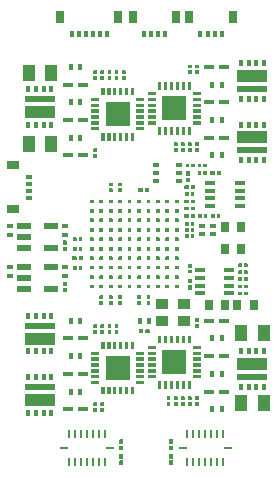
<source format=gbr>
G04*
G04 #@! TF.GenerationSoftware,Altium Limited,Altium Designer,24.8.2 (39)*
G04*
G04 Layer_Color=8421504*
%FSLAX25Y25*%
%MOIN*%
G70*
G04*
G04 #@! TF.SameCoordinates,30F909D6-0262-4237-A391-FF9CD089CF35*
G04*
G04*
G04 #@! TF.FilePolarity,Positive*
G04*
G01*
G75*
%ADD17R,0.00984X0.03150*%
%ADD18R,0.03150X0.00984*%
%ADD19R,0.03543X0.01772*%
%ADD20R,0.01575X0.02362*%
%ADD21R,0.02756X0.04134*%
%ADD22R,0.04134X0.02756*%
%ADD23R,0.02362X0.01575*%
%ADD24R,0.02362X0.01654*%
%ADD25R,0.03661X0.01417*%
%ADD26R,0.09843X0.01968*%
%ADD27R,0.09843X0.03937*%
%ADD28R,0.04555X0.01929*%
%ADD29R,0.04626X0.01929*%
G04:AMPARAMS|DCode=30|XSize=14.33mil|YSize=19.68mil|CornerRadius=3.58mil|HoleSize=0mil|Usage=FLASHONLY|Rotation=90.000|XOffset=0mil|YOffset=0mil|HoleType=Round|Shape=RoundedRectangle|*
%AMROUNDEDRECTD30*
21,1,0.01433,0.01252,0,0,90.0*
21,1,0.00717,0.01968,0,0,90.0*
1,1,0.00717,0.00626,0.00358*
1,1,0.00717,0.00626,-0.00358*
1,1,0.00717,-0.00626,-0.00358*
1,1,0.00717,-0.00626,0.00358*
%
%ADD30ROUNDEDRECTD30*%
%ADD31R,0.01575X0.02126*%
%ADD32R,0.03937X0.03543*%
%ADD33R,0.03937X0.05315*%
%ADD34R,0.02126X0.01575*%
%ADD35R,0.02756X0.03543*%
G36*
X68748Y138461D02*
Y137421D01*
X68654Y137327D01*
X67567D01*
X67472Y137421D01*
Y138461D01*
X67567Y138556D01*
X68654D01*
X68748Y138461D01*
D02*
G37*
G36*
X66386D02*
Y137421D01*
X66291Y137327D01*
X65205D01*
X65110Y137421D01*
Y138461D01*
X65205Y138556D01*
X66291D01*
X66386Y138461D01*
D02*
G37*
G36*
X68748Y136594D02*
Y135555D01*
X68654Y135460D01*
X67567D01*
X67472Y135555D01*
Y136594D01*
X67567Y136689D01*
X68654D01*
X68748Y136594D01*
D02*
G37*
G36*
X66386D02*
Y135555D01*
X66291Y135460D01*
X65205D01*
X65110Y135555D01*
Y136594D01*
X65205Y136689D01*
X66291D01*
X66386Y136594D01*
D02*
G37*
G36*
X44339Y136493D02*
Y135453D01*
X44244Y135358D01*
X43158D01*
X43063Y135453D01*
Y136493D01*
X43158Y136587D01*
X44244D01*
X44339Y136493D01*
D02*
G37*
G36*
X41976D02*
Y135453D01*
X41882Y135358D01*
X40795D01*
X40701Y135453D01*
Y136493D01*
X40795Y136587D01*
X41882D01*
X41976Y136493D01*
D02*
G37*
G36*
X39614D02*
Y135453D01*
X39520Y135358D01*
X38433D01*
X38339Y135453D01*
Y136493D01*
X38433Y136587D01*
X39520D01*
X39614Y136493D01*
D02*
G37*
G36*
X37252D02*
Y135453D01*
X37157Y135358D01*
X36071D01*
X35976Y135453D01*
Y136493D01*
X36071Y136587D01*
X37157D01*
X37252Y136493D01*
D02*
G37*
G36*
X34890D02*
Y135453D01*
X34795Y135358D01*
X33709D01*
X33614Y135453D01*
Y136493D01*
X33709Y136587D01*
X34795D01*
X34890Y136493D01*
D02*
G37*
G36*
X44339Y134626D02*
Y133586D01*
X44244Y133492D01*
X43158D01*
X43063Y133586D01*
Y134626D01*
X43158Y134721D01*
X44244D01*
X44339Y134626D01*
D02*
G37*
G36*
X41976D02*
Y133586D01*
X41882Y133492D01*
X40795D01*
X40701Y133586D01*
Y134626D01*
X40795Y134721D01*
X41882D01*
X41976Y134626D01*
D02*
G37*
G36*
X39614D02*
Y133586D01*
X39520Y133492D01*
X38433D01*
X38339Y133586D01*
Y134626D01*
X38433Y134721D01*
X39520D01*
X39614Y134626D01*
D02*
G37*
G36*
X37252D02*
Y133586D01*
X37157Y133492D01*
X36071D01*
X35976Y133586D01*
Y134626D01*
X36071Y134721D01*
X37157D01*
X37252Y134626D01*
D02*
G37*
G36*
X34890D02*
Y133586D01*
X34795Y133492D01*
X33709D01*
X33614Y133586D01*
Y134626D01*
X33709Y134721D01*
X34795D01*
X34890Y134626D01*
D02*
G37*
G36*
X66102Y130217D02*
X65000D01*
Y132835D01*
X66102D01*
Y130217D01*
D02*
G37*
G36*
X64134D02*
X63032D01*
Y132835D01*
X64134D01*
Y130217D01*
D02*
G37*
G36*
X62165D02*
X61063D01*
Y132835D01*
X62165D01*
Y130217D01*
D02*
G37*
G36*
X60197D02*
X59095D01*
Y132835D01*
X60197D01*
Y130217D01*
D02*
G37*
G36*
X58228D02*
X57126D01*
Y132835D01*
X58228D01*
Y130217D01*
D02*
G37*
G36*
X56260D02*
X55158D01*
Y132835D01*
X56260D01*
Y130217D01*
D02*
G37*
G36*
X69449Y128386D02*
X66831D01*
Y129488D01*
X69449D01*
Y128386D01*
D02*
G37*
G36*
X54429D02*
X51811D01*
Y129488D01*
X54429D01*
Y128386D01*
D02*
G37*
G36*
X47205Y128248D02*
X46102D01*
Y130866D01*
X47205D01*
Y128248D01*
D02*
G37*
G36*
X45236D02*
X44134D01*
Y130866D01*
X45236D01*
Y128248D01*
D02*
G37*
G36*
X43268D02*
X42165D01*
Y130866D01*
X43268D01*
Y128248D01*
D02*
G37*
G36*
X41299D02*
X40197D01*
Y130866D01*
X41299D01*
Y128248D01*
D02*
G37*
G36*
X39331D02*
X38228D01*
Y130866D01*
X39331D01*
Y128248D01*
D02*
G37*
G36*
X37362D02*
X36260D01*
Y130866D01*
X37362D01*
Y128248D01*
D02*
G37*
G36*
X69449Y126417D02*
X66831D01*
Y127520D01*
X69449D01*
Y126417D01*
D02*
G37*
G36*
X54429D02*
X51811D01*
Y127520D01*
X54429D01*
Y126417D01*
D02*
G37*
G36*
X50551D02*
X47933D01*
Y127520D01*
X50551D01*
Y126417D01*
D02*
G37*
G36*
X35531D02*
X32913D01*
Y127520D01*
X35531D01*
Y126417D01*
D02*
G37*
G36*
X69449Y124449D02*
X66831D01*
Y125551D01*
X69449D01*
Y124449D01*
D02*
G37*
G36*
X54429D02*
X51811D01*
Y125551D01*
X54429D01*
Y124449D01*
D02*
G37*
G36*
X50551D02*
X47933D01*
Y125551D01*
X50551D01*
Y124449D01*
D02*
G37*
G36*
X35531D02*
X32913D01*
Y125551D01*
X35531D01*
Y124449D01*
D02*
G37*
G36*
X69449Y122480D02*
X66831D01*
Y123583D01*
X69449D01*
Y122480D01*
D02*
G37*
G36*
X54429D02*
X51811D01*
Y123583D01*
X54429D01*
Y122480D01*
D02*
G37*
G36*
X50551D02*
X47933D01*
Y123583D01*
X50551D01*
Y122480D01*
D02*
G37*
G36*
X35531D02*
X32913D01*
Y123583D01*
X35531D01*
Y122480D01*
D02*
G37*
G36*
X69449Y120512D02*
X66831D01*
Y121614D01*
X69449D01*
Y120512D01*
D02*
G37*
G36*
X54429D02*
X51811D01*
Y121614D01*
X54429D01*
Y120512D01*
D02*
G37*
G36*
X50551D02*
X47933D01*
Y121614D01*
X50551D01*
Y120512D01*
D02*
G37*
G36*
X35531D02*
X32913D01*
Y121614D01*
X35531D01*
Y120512D01*
D02*
G37*
G36*
X64646Y120000D02*
X56614D01*
Y128032D01*
X64646D01*
Y120000D01*
D02*
G37*
G36*
X69449Y118543D02*
X66831D01*
Y119646D01*
X69449D01*
Y118543D01*
D02*
G37*
G36*
X54429D02*
X51811D01*
Y119646D01*
X54429D01*
Y118543D01*
D02*
G37*
G36*
X50551D02*
X47933D01*
Y119646D01*
X50551D01*
Y118543D01*
D02*
G37*
G36*
X35531D02*
X32913D01*
Y119646D01*
X35531D01*
Y118543D01*
D02*
G37*
G36*
X45748Y118031D02*
X37716D01*
Y126063D01*
X45748D01*
Y118031D01*
D02*
G37*
G36*
X50551Y116575D02*
X47933D01*
Y117677D01*
X50551D01*
Y116575D01*
D02*
G37*
G36*
X35531D02*
X32913D01*
Y117677D01*
X35531D01*
Y116575D01*
D02*
G37*
G36*
X66102Y115197D02*
X65000D01*
Y117815D01*
X66102D01*
Y115197D01*
D02*
G37*
G36*
X64134D02*
X63032D01*
Y117815D01*
X64134D01*
Y115197D01*
D02*
G37*
G36*
X62165D02*
X61063D01*
Y117815D01*
X62165D01*
Y115197D01*
D02*
G37*
G36*
X60197D02*
X59095D01*
Y117815D01*
X60197D01*
Y115197D01*
D02*
G37*
G36*
X58228D02*
X57126D01*
Y117815D01*
X58228D01*
Y115197D01*
D02*
G37*
G36*
X56260D02*
X55158D01*
Y117815D01*
X56260D01*
Y115197D01*
D02*
G37*
G36*
X47205Y113228D02*
X46102D01*
Y115846D01*
X47205D01*
Y113228D01*
D02*
G37*
G36*
X45236D02*
X44134D01*
Y115846D01*
X45236D01*
Y113228D01*
D02*
G37*
G36*
X43268D02*
X42165D01*
Y115846D01*
X43268D01*
Y113228D01*
D02*
G37*
G36*
X41299D02*
X40197D01*
Y115846D01*
X41299D01*
Y113228D01*
D02*
G37*
G36*
X39331D02*
X38228D01*
Y115846D01*
X39331D01*
Y113228D01*
D02*
G37*
G36*
X37362D02*
X36260D01*
Y115846D01*
X37362D01*
Y113228D01*
D02*
G37*
G36*
X68748Y112477D02*
Y111437D01*
X68654Y111343D01*
X67567D01*
X67472Y111437D01*
Y112477D01*
X67567Y112571D01*
X68654D01*
X68748Y112477D01*
D02*
G37*
G36*
X66386D02*
Y111437D01*
X66291Y111343D01*
X65205D01*
X65110Y111437D01*
Y112477D01*
X65205Y112571D01*
X66291D01*
X66386Y112477D01*
D02*
G37*
G36*
X64024D02*
Y111437D01*
X63929Y111343D01*
X62843D01*
X62748Y111437D01*
Y112477D01*
X62843Y112571D01*
X63929D01*
X64024Y112477D01*
D02*
G37*
G36*
X61661D02*
Y111437D01*
X61567Y111343D01*
X60480D01*
X60386Y111437D01*
Y112477D01*
X60480Y112571D01*
X61567D01*
X61661Y112477D01*
D02*
G37*
G36*
X68748Y110610D02*
Y109570D01*
X68654Y109476D01*
X67567D01*
X67472Y109570D01*
Y110610D01*
X67567Y110705D01*
X68654D01*
X68748Y110610D01*
D02*
G37*
G36*
X66386D02*
Y109570D01*
X66291Y109476D01*
X65205D01*
X65110Y109570D01*
Y110610D01*
X65205Y110705D01*
X66291D01*
X66386Y110610D01*
D02*
G37*
G36*
X64024D02*
Y109570D01*
X63929Y109476D01*
X62843D01*
X62748Y109570D01*
Y110610D01*
X62843Y110705D01*
X63929D01*
X64024Y110610D01*
D02*
G37*
G36*
X61661D02*
Y109570D01*
X61567Y109476D01*
X60480D01*
X60386Y109570D01*
Y110610D01*
X60480Y110705D01*
X61567D01*
X61661Y110610D01*
D02*
G37*
G36*
X34890Y110508D02*
Y109468D01*
X34795Y109374D01*
X33709D01*
X33614Y109468D01*
Y110508D01*
X33709Y110603D01*
X34795D01*
X34890Y110508D01*
D02*
G37*
G36*
Y108642D02*
Y107602D01*
X34795Y107507D01*
X33709D01*
X33614Y107602D01*
Y108642D01*
X33709Y108736D01*
X34795D01*
X34890Y108642D01*
D02*
G37*
G36*
X71430Y105465D02*
Y104378D01*
X71335Y104283D01*
X70295D01*
X70201Y104378D01*
Y105465D01*
X70295Y105559D01*
X71335D01*
X71430Y105465D01*
D02*
G37*
G36*
X69563D02*
Y104378D01*
X69468Y104283D01*
X68429D01*
X68334Y104378D01*
Y105465D01*
X68429Y105559D01*
X69468D01*
X69563Y105465D01*
D02*
G37*
G36*
X67493D02*
Y104378D01*
X67398Y104283D01*
X66358D01*
X66264Y104378D01*
Y105465D01*
X66358Y105559D01*
X67398D01*
X67493Y105465D01*
D02*
G37*
G36*
X65626D02*
Y104378D01*
X65531Y104283D01*
X64492D01*
X64397Y104378D01*
Y105465D01*
X64492Y105559D01*
X65531D01*
X65626Y105465D01*
D02*
G37*
G36*
X76214Y102905D02*
Y101819D01*
X76120Y101724D01*
X74823D01*
X74728Y101819D01*
Y102905D01*
X74823Y103000D01*
X76120D01*
X76214Y102905D01*
D02*
G37*
G36*
X74090D02*
Y101819D01*
X73996Y101724D01*
X72699D01*
X72605Y101819D01*
Y102905D01*
X72699Y103000D01*
X73996D01*
X74090Y102905D01*
D02*
G37*
G36*
X71430D02*
Y101819D01*
X71335Y101724D01*
X70295D01*
X70201Y101819D01*
Y102905D01*
X70295Y103000D01*
X71335D01*
X71430Y102905D01*
D02*
G37*
G36*
X69563D02*
Y101819D01*
X69468Y101724D01*
X68429D01*
X68334Y101819D01*
Y102905D01*
X68429Y103000D01*
X69468D01*
X69563Y102905D01*
D02*
G37*
G36*
X65795Y102892D02*
Y101594D01*
X65701Y101500D01*
X64614D01*
X64520Y101594D01*
Y102892D01*
X64614Y102986D01*
X65701D01*
X65795Y102892D01*
D02*
G37*
G36*
Y100768D02*
Y99471D01*
X65701Y99376D01*
X64614D01*
X64520Y99471D01*
Y100768D01*
X64614Y100862D01*
X65701D01*
X65795Y100768D01*
D02*
G37*
G36*
X43158Y99091D02*
Y98051D01*
X43063Y97957D01*
X41976D01*
X41882Y98051D01*
Y99091D01*
X41976Y99186D01*
X43063D01*
X43158Y99091D01*
D02*
G37*
G36*
X40008D02*
Y98051D01*
X39913Y97957D01*
X38827D01*
X38732Y98051D01*
Y99091D01*
X38827Y99186D01*
X39913D01*
X40008Y99091D01*
D02*
G37*
G36*
X67553Y98181D02*
Y97095D01*
X67458Y97000D01*
X66161D01*
X66067Y97095D01*
Y98181D01*
X66161Y98276D01*
X67458D01*
X67553Y98181D01*
D02*
G37*
G36*
X65429D02*
Y97095D01*
X65335Y97000D01*
X64038D01*
X63943Y97095D01*
Y98181D01*
X64038Y98276D01*
X65335D01*
X65429Y98181D01*
D02*
G37*
G36*
X52199Y97394D02*
Y96307D01*
X52104Y96213D01*
X50807D01*
X50713Y96307D01*
Y97394D01*
X50807Y97488D01*
X52104D01*
X52199Y97394D01*
D02*
G37*
G36*
X50075D02*
Y96307D01*
X49980Y96213D01*
X48683D01*
X48589Y96307D01*
Y97394D01*
X48683Y97488D01*
X49980D01*
X50075Y97394D01*
D02*
G37*
G36*
X43158Y97224D02*
Y96184D01*
X43063Y96090D01*
X41976D01*
X41882Y96184D01*
Y97224D01*
X41976Y97319D01*
X43063D01*
X43158Y97224D01*
D02*
G37*
G36*
X40008D02*
Y96184D01*
X39913Y96090D01*
X38827D01*
X38732Y96184D01*
Y97224D01*
X38827Y97319D01*
X39913D01*
X40008Y97224D01*
D02*
G37*
G36*
X67296Y95819D02*
Y94732D01*
X67201Y94638D01*
X66161D01*
X66067Y94732D01*
Y95819D01*
X66161Y95913D01*
X67201D01*
X67296Y95819D01*
D02*
G37*
G36*
X65429D02*
Y94732D01*
X65335Y94638D01*
X64295D01*
X64200Y94732D01*
Y95819D01*
X64295Y95913D01*
X65335D01*
X65429Y95819D01*
D02*
G37*
G36*
X62047Y93417D02*
Y92409D01*
X61921Y92283D01*
X60913D01*
X60787Y92409D01*
Y93417D01*
X60913Y93543D01*
X61921D01*
X62047Y93417D01*
D02*
G37*
G36*
X58898D02*
Y92409D01*
X58772Y92283D01*
X57764D01*
X57638Y92409D01*
Y93417D01*
X57764Y93543D01*
X58772D01*
X58898Y93417D01*
D02*
G37*
G36*
X55748D02*
Y92409D01*
X55622Y92283D01*
X54614D01*
X54488Y92409D01*
Y93417D01*
X54614Y93543D01*
X55622D01*
X55748Y93417D01*
D02*
G37*
G36*
X52598D02*
Y92409D01*
X52472Y92283D01*
X51464D01*
X51339Y92409D01*
Y93417D01*
X51464Y93543D01*
X52472D01*
X52598Y93417D01*
D02*
G37*
G36*
X49449D02*
Y92409D01*
X49323Y92283D01*
X48315D01*
X48189Y92409D01*
Y93417D01*
X48315Y93543D01*
X49323D01*
X49449Y93417D01*
D02*
G37*
G36*
X46299D02*
Y92409D01*
X46173Y92283D01*
X45165D01*
X45039Y92409D01*
Y93417D01*
X45165Y93543D01*
X46173D01*
X46299Y93417D01*
D02*
G37*
G36*
X43150D02*
Y92409D01*
X43024Y92283D01*
X42016D01*
X41890Y92409D01*
Y93417D01*
X42016Y93543D01*
X43024D01*
X43150Y93417D01*
D02*
G37*
G36*
X40000D02*
Y92409D01*
X39874Y92283D01*
X38866D01*
X38740Y92409D01*
Y93417D01*
X38866Y93543D01*
X39874D01*
X40000Y93417D01*
D02*
G37*
G36*
X36850D02*
Y92409D01*
X36724Y92283D01*
X35717D01*
X35591Y92409D01*
Y93417D01*
X35717Y93543D01*
X36724D01*
X36850Y93417D01*
D02*
G37*
G36*
X33701D02*
Y92409D01*
X33575Y92283D01*
X32567D01*
X32441Y92409D01*
Y93417D01*
X32567Y93543D01*
X33575D01*
X33701Y93417D01*
D02*
G37*
G36*
X67553Y93457D02*
Y92370D01*
X67458Y92276D01*
X66161D01*
X66067Y92370D01*
Y93457D01*
X66161Y93551D01*
X67458D01*
X67553Y93457D01*
D02*
G37*
G36*
X65429D02*
Y92370D01*
X65335Y92276D01*
X64038D01*
X63943Y92370D01*
Y93457D01*
X64038Y93551D01*
X65335D01*
X65429Y93457D01*
D02*
G37*
G36*
X67553Y91094D02*
Y90008D01*
X67458Y89913D01*
X66161D01*
X66067Y90008D01*
Y91094D01*
X66161Y91189D01*
X67458D01*
X67553Y91094D01*
D02*
G37*
G36*
X65429D02*
Y90008D01*
X65335Y89913D01*
X64038D01*
X63943Y90008D01*
Y91094D01*
X64038Y91189D01*
X65335D01*
X65429Y91094D01*
D02*
G37*
G36*
X62047Y90268D02*
Y89260D01*
X61921Y89134D01*
X60913D01*
X60787Y89260D01*
Y90268D01*
X60913Y90394D01*
X61921D01*
X62047Y90268D01*
D02*
G37*
G36*
X58898D02*
Y89260D01*
X58772Y89134D01*
X57764D01*
X57638Y89260D01*
Y90268D01*
X57764Y90394D01*
X58772D01*
X58898Y90268D01*
D02*
G37*
G36*
X55748D02*
Y89260D01*
X55622Y89134D01*
X54614D01*
X54488Y89260D01*
Y90268D01*
X54614Y90394D01*
X55622D01*
X55748Y90268D01*
D02*
G37*
G36*
X52598D02*
Y89260D01*
X52472Y89134D01*
X51464D01*
X51339Y89260D01*
Y90268D01*
X51464Y90394D01*
X52472D01*
X52598Y90268D01*
D02*
G37*
G36*
X49449D02*
Y89260D01*
X49323Y89134D01*
X48315D01*
X48189Y89260D01*
Y90268D01*
X48315Y90394D01*
X49323D01*
X49449Y90268D01*
D02*
G37*
G36*
X46299D02*
Y89260D01*
X46173Y89134D01*
X45165D01*
X45039Y89260D01*
Y90268D01*
X45165Y90394D01*
X46173D01*
X46299Y90268D01*
D02*
G37*
G36*
X43150D02*
Y89260D01*
X43024Y89134D01*
X42016D01*
X41890Y89260D01*
Y90268D01*
X42016Y90394D01*
X43024D01*
X43150Y90268D01*
D02*
G37*
G36*
X40000D02*
Y89260D01*
X39874Y89134D01*
X38866D01*
X38740Y89260D01*
Y90268D01*
X38866Y90394D01*
X39874D01*
X40000Y90268D01*
D02*
G37*
G36*
X36850D02*
Y89260D01*
X36724Y89134D01*
X35717D01*
X35591Y89260D01*
Y90268D01*
X35717Y90394D01*
X36724D01*
X36850Y90268D01*
D02*
G37*
G36*
X33701D02*
Y89260D01*
X33575Y89134D01*
X32567D01*
X32441Y89260D01*
Y90268D01*
X32567Y90394D01*
X33575D01*
X33701Y90268D01*
D02*
G37*
G36*
X75957Y88732D02*
Y87646D01*
X75863Y87551D01*
X74823D01*
X74728Y87646D01*
Y88732D01*
X74823Y88827D01*
X75863D01*
X75957Y88732D01*
D02*
G37*
G36*
X74090D02*
Y87646D01*
X73996Y87551D01*
X72956D01*
X72862Y87646D01*
Y88732D01*
X72956Y88827D01*
X73996D01*
X74090Y88732D01*
D02*
G37*
G36*
X71626D02*
Y87646D01*
X71532Y87551D01*
X70492D01*
X70398Y87646D01*
Y88732D01*
X70492Y88827D01*
X71532D01*
X71626Y88732D01*
D02*
G37*
G36*
X69760D02*
Y87646D01*
X69665Y87551D01*
X68625D01*
X68531Y87646D01*
Y88732D01*
X68625Y88827D01*
X69665D01*
X69760Y88732D01*
D02*
G37*
G36*
X67553D02*
Y87646D01*
X67458Y87551D01*
X66161D01*
X66067Y87646D01*
Y88732D01*
X66161Y88827D01*
X67458D01*
X67553Y88732D01*
D02*
G37*
G36*
X65429D02*
Y87646D01*
X65335Y87551D01*
X64038D01*
X63943Y87646D01*
Y88732D01*
X64038Y88827D01*
X65335D01*
X65429Y88732D01*
D02*
G37*
G36*
X62047Y87118D02*
Y86110D01*
X61921Y85984D01*
X60913D01*
X60787Y86110D01*
Y87118D01*
X60913Y87244D01*
X61921D01*
X62047Y87118D01*
D02*
G37*
G36*
X58898D02*
Y86110D01*
X58772Y85984D01*
X57764D01*
X57638Y86110D01*
Y87118D01*
X57764Y87244D01*
X58772D01*
X58898Y87118D01*
D02*
G37*
G36*
X55748D02*
Y86110D01*
X55622Y85984D01*
X54614D01*
X54488Y86110D01*
Y87118D01*
X54614Y87244D01*
X55622D01*
X55748Y87118D01*
D02*
G37*
G36*
X52598D02*
Y86110D01*
X52472Y85984D01*
X51464D01*
X51339Y86110D01*
Y87118D01*
X51464Y87244D01*
X52472D01*
X52598Y87118D01*
D02*
G37*
G36*
X49449D02*
Y86110D01*
X49323Y85984D01*
X48315D01*
X48189Y86110D01*
Y87118D01*
X48315Y87244D01*
X49323D01*
X49449Y87118D01*
D02*
G37*
G36*
X46299D02*
Y86110D01*
X46173Y85984D01*
X45165D01*
X45039Y86110D01*
Y87118D01*
X45165Y87244D01*
X46173D01*
X46299Y87118D01*
D02*
G37*
G36*
X43150D02*
Y86110D01*
X43024Y85984D01*
X42016D01*
X41890Y86110D01*
Y87118D01*
X42016Y87244D01*
X43024D01*
X43150Y87118D01*
D02*
G37*
G36*
X40000D02*
Y86110D01*
X39874Y85984D01*
X38866D01*
X38740Y86110D01*
Y87118D01*
X38866Y87244D01*
X39874D01*
X40000Y87118D01*
D02*
G37*
G36*
X36850D02*
Y86110D01*
X36724Y85984D01*
X35717D01*
X35591Y86110D01*
Y87118D01*
X35717Y87244D01*
X36724D01*
X36850Y87118D01*
D02*
G37*
G36*
X33701D02*
Y86110D01*
X33575Y85984D01*
X32567D01*
X32441Y86110D01*
Y87118D01*
X32567Y87244D01*
X33575D01*
X33701Y87118D01*
D02*
G37*
G36*
X67296Y85976D02*
Y84890D01*
X67201Y84795D01*
X66161D01*
X66067Y84890D01*
Y85976D01*
X66161Y86071D01*
X67201D01*
X67296Y85976D01*
D02*
G37*
G36*
X65429D02*
Y84890D01*
X65335Y84795D01*
X64295D01*
X64200Y84890D01*
Y85976D01*
X64295Y86071D01*
X65335D01*
X65429Y85976D01*
D02*
G37*
G36*
X62047Y83969D02*
Y82961D01*
X61921Y82835D01*
X60913D01*
X60787Y82961D01*
Y83969D01*
X60913Y84095D01*
X61921D01*
X62047Y83969D01*
D02*
G37*
G36*
X58898D02*
Y82961D01*
X58772Y82835D01*
X57764D01*
X57638Y82961D01*
Y83969D01*
X57764Y84095D01*
X58772D01*
X58898Y83969D01*
D02*
G37*
G36*
X55748D02*
Y82961D01*
X55622Y82835D01*
X54614D01*
X54488Y82961D01*
Y83969D01*
X54614Y84095D01*
X55622D01*
X55748Y83969D01*
D02*
G37*
G36*
X52598D02*
Y82961D01*
X52472Y82835D01*
X51464D01*
X51339Y82961D01*
Y83969D01*
X51464Y84095D01*
X52472D01*
X52598Y83969D01*
D02*
G37*
G36*
X49449D02*
Y82961D01*
X49323Y82835D01*
X48315D01*
X48189Y82961D01*
Y83969D01*
X48315Y84095D01*
X49323D01*
X49449Y83969D01*
D02*
G37*
G36*
X46299D02*
Y82961D01*
X46173Y82835D01*
X45165D01*
X45039Y82961D01*
Y83969D01*
X45165Y84095D01*
X46173D01*
X46299Y83969D01*
D02*
G37*
G36*
X43150D02*
Y82961D01*
X43024Y82835D01*
X42016D01*
X41890Y82961D01*
Y83969D01*
X42016Y84095D01*
X43024D01*
X43150Y83969D01*
D02*
G37*
G36*
X40000D02*
Y82961D01*
X39874Y82835D01*
X38866D01*
X38740Y82961D01*
Y83969D01*
X38866Y84095D01*
X39874D01*
X40000Y83969D01*
D02*
G37*
G36*
X36850D02*
Y82961D01*
X36724Y82835D01*
X35717D01*
X35591Y82961D01*
Y83969D01*
X35717Y84095D01*
X36724D01*
X36850Y83969D01*
D02*
G37*
G36*
X33701D02*
Y82961D01*
X33575Y82835D01*
X32567D01*
X32441Y82961D01*
Y83969D01*
X32567Y84095D01*
X33575D01*
X33701Y83969D01*
D02*
G37*
G36*
X67296Y84008D02*
Y82921D01*
X67201Y82827D01*
X66161D01*
X66067Y82921D01*
Y84008D01*
X66161Y84102D01*
X67201D01*
X67296Y84008D01*
D02*
G37*
G36*
X65429D02*
Y82921D01*
X65335Y82827D01*
X64295D01*
X64200Y82921D01*
Y84008D01*
X64295Y84102D01*
X65335D01*
X65429Y84008D01*
D02*
G37*
G36*
X67296Y82039D02*
Y80953D01*
X67201Y80858D01*
X66161D01*
X66067Y80953D01*
Y82039D01*
X66161Y82134D01*
X67201D01*
X67296Y82039D01*
D02*
G37*
G36*
X65429D02*
Y80953D01*
X65335Y80858D01*
X64295D01*
X64200Y80953D01*
Y82039D01*
X64295Y82134D01*
X65335D01*
X65429Y82039D01*
D02*
G37*
G36*
X62047Y80819D02*
Y79811D01*
X61921Y79685D01*
X60913D01*
X60787Y79811D01*
Y80819D01*
X60913Y80945D01*
X61921D01*
X62047Y80819D01*
D02*
G37*
G36*
X58898D02*
Y79811D01*
X58772Y79685D01*
X57764D01*
X57638Y79811D01*
Y80819D01*
X57764Y80945D01*
X58772D01*
X58898Y80819D01*
D02*
G37*
G36*
X55748D02*
Y79811D01*
X55622Y79685D01*
X54614D01*
X54488Y79811D01*
Y80819D01*
X54614Y80945D01*
X55622D01*
X55748Y80819D01*
D02*
G37*
G36*
X52598D02*
Y79811D01*
X52472Y79685D01*
X51464D01*
X51339Y79811D01*
Y80819D01*
X51464Y80945D01*
X52472D01*
X52598Y80819D01*
D02*
G37*
G36*
X49449D02*
Y79811D01*
X49323Y79685D01*
X48315D01*
X48189Y79811D01*
Y80819D01*
X48315Y80945D01*
X49323D01*
X49449Y80819D01*
D02*
G37*
G36*
X46299D02*
Y79811D01*
X46173Y79685D01*
X45165D01*
X45039Y79811D01*
Y80819D01*
X45165Y80945D01*
X46173D01*
X46299Y80819D01*
D02*
G37*
G36*
X43150D02*
Y79811D01*
X43024Y79685D01*
X42016D01*
X41890Y79811D01*
Y80819D01*
X42016Y80945D01*
X43024D01*
X43150Y80819D01*
D02*
G37*
G36*
X40000D02*
Y79811D01*
X39874Y79685D01*
X38866D01*
X38740Y79811D01*
Y80819D01*
X38866Y80945D01*
X39874D01*
X40000Y80819D01*
D02*
G37*
G36*
X36850D02*
Y79811D01*
X36724Y79685D01*
X35717D01*
X35591Y79811D01*
Y80819D01*
X35717Y80945D01*
X36724D01*
X36850Y80819D01*
D02*
G37*
G36*
X33701D02*
Y79811D01*
X33575Y79685D01*
X32567D01*
X32441Y79811D01*
Y80819D01*
X32567Y80945D01*
X33575D01*
X33701Y80819D01*
D02*
G37*
G36*
X29894Y80858D02*
Y79772D01*
X29800Y79677D01*
X28760D01*
X28665Y79772D01*
Y80858D01*
X28760Y80953D01*
X29800D01*
X29894Y80858D01*
D02*
G37*
G36*
X28028D02*
Y79772D01*
X27933Y79677D01*
X26893D01*
X26799Y79772D01*
Y80858D01*
X26893Y80953D01*
X27933D01*
X28028Y80858D01*
D02*
G37*
G36*
X24654Y79860D02*
Y78563D01*
X24559Y78469D01*
X23472D01*
X23378Y78563D01*
Y79860D01*
X23472Y79954D01*
X24559D01*
X24654Y79860D01*
D02*
G37*
G36*
X62047Y77669D02*
Y76661D01*
X61921Y76535D01*
X60913D01*
X60787Y76661D01*
Y77669D01*
X60913Y77795D01*
X61921D01*
X62047Y77669D01*
D02*
G37*
G36*
X58898D02*
Y76661D01*
X58772Y76535D01*
X57764D01*
X57638Y76661D01*
Y77669D01*
X57764Y77795D01*
X58772D01*
X58898Y77669D01*
D02*
G37*
G36*
X55748D02*
Y76661D01*
X55622Y76535D01*
X54614D01*
X54488Y76661D01*
Y77669D01*
X54614Y77795D01*
X55622D01*
X55748Y77669D01*
D02*
G37*
G36*
X52598D02*
Y76661D01*
X52472Y76535D01*
X51464D01*
X51339Y76661D01*
Y77669D01*
X51464Y77795D01*
X52472D01*
X52598Y77669D01*
D02*
G37*
G36*
X49449D02*
Y76661D01*
X49323Y76535D01*
X48315D01*
X48189Y76661D01*
Y77669D01*
X48315Y77795D01*
X49323D01*
X49449Y77669D01*
D02*
G37*
G36*
X46299D02*
Y76661D01*
X46173Y76535D01*
X45165D01*
X45039Y76661D01*
Y77669D01*
X45165Y77795D01*
X46173D01*
X46299Y77669D01*
D02*
G37*
G36*
X43150D02*
Y76661D01*
X43024Y76535D01*
X42016D01*
X41890Y76661D01*
Y77669D01*
X42016Y77795D01*
X43024D01*
X43150Y77669D01*
D02*
G37*
G36*
X40000D02*
Y76661D01*
X39874Y76535D01*
X38866D01*
X38740Y76661D01*
Y77669D01*
X38866Y77795D01*
X39874D01*
X40000Y77669D01*
D02*
G37*
G36*
X36850D02*
Y76661D01*
X36724Y76535D01*
X35717D01*
X35591Y76661D01*
Y77669D01*
X35717Y77795D01*
X36724D01*
X36850Y77669D01*
D02*
G37*
G36*
X33701D02*
Y76661D01*
X33575Y76535D01*
X32567D01*
X32441Y76661D01*
Y77669D01*
X32567Y77795D01*
X33575D01*
X33701Y77669D01*
D02*
G37*
G36*
X29894Y77709D02*
Y76622D01*
X29800Y76528D01*
X28760D01*
X28665Y76622D01*
Y77709D01*
X28760Y77803D01*
X29800D01*
X29894Y77709D01*
D02*
G37*
G36*
X28028D02*
Y76622D01*
X27933Y76528D01*
X26893D01*
X26799Y76622D01*
Y77709D01*
X26893Y77803D01*
X27933D01*
X28028Y77709D01*
D02*
G37*
G36*
X24654Y77736D02*
Y76439D01*
X24559Y76345D01*
X23472D01*
X23378Y76439D01*
Y77736D01*
X23472Y77831D01*
X24559D01*
X24654Y77736D01*
D02*
G37*
G36*
X62047Y74520D02*
Y73512D01*
X61921Y73386D01*
X60913D01*
X60787Y73512D01*
Y74520D01*
X60913Y74646D01*
X61921D01*
X62047Y74520D01*
D02*
G37*
G36*
X58898D02*
Y73512D01*
X58772Y73386D01*
X57764D01*
X57638Y73512D01*
Y74520D01*
X57764Y74646D01*
X58772D01*
X58898Y74520D01*
D02*
G37*
G36*
X55748D02*
Y73512D01*
X55622Y73386D01*
X54614D01*
X54488Y73512D01*
Y74520D01*
X54614Y74646D01*
X55622D01*
X55748Y74520D01*
D02*
G37*
G36*
X52598D02*
Y73512D01*
X52472Y73386D01*
X51464D01*
X51339Y73512D01*
Y74520D01*
X51464Y74646D01*
X52472D01*
X52598Y74520D01*
D02*
G37*
G36*
X49449D02*
Y73512D01*
X49323Y73386D01*
X48315D01*
X48189Y73512D01*
Y74520D01*
X48315Y74646D01*
X49323D01*
X49449Y74520D01*
D02*
G37*
G36*
X46299D02*
Y73512D01*
X46173Y73386D01*
X45165D01*
X45039Y73512D01*
Y74520D01*
X45165Y74646D01*
X46173D01*
X46299Y74520D01*
D02*
G37*
G36*
X43150D02*
Y73512D01*
X43024Y73386D01*
X42016D01*
X41890Y73512D01*
Y74520D01*
X42016Y74646D01*
X43024D01*
X43150Y74520D01*
D02*
G37*
G36*
X40000D02*
Y73512D01*
X39874Y73386D01*
X38866D01*
X38740Y73512D01*
Y74520D01*
X38866Y74646D01*
X39874D01*
X40000Y74520D01*
D02*
G37*
G36*
X36850D02*
Y73512D01*
X36724Y73386D01*
X35717D01*
X35591Y73512D01*
Y74520D01*
X35717Y74646D01*
X36724D01*
X36850Y74520D01*
D02*
G37*
G36*
X33701D02*
Y73512D01*
X33575Y73386D01*
X32567D01*
X32441Y73512D01*
Y74520D01*
X32567Y74646D01*
X33575D01*
X33701Y74520D01*
D02*
G37*
G36*
X30151Y74559D02*
Y73472D01*
X30057Y73378D01*
X28760D01*
X28665Y73472D01*
Y74559D01*
X28760Y74654D01*
X30057D01*
X30151Y74559D01*
D02*
G37*
G36*
X28028D02*
Y73472D01*
X27933Y73378D01*
X26636D01*
X26542Y73472D01*
Y74559D01*
X26636Y74654D01*
X27933D01*
X28028Y74559D01*
D02*
G37*
G36*
X85012Y72197D02*
Y71110D01*
X84918Y71016D01*
X83878D01*
X83784Y71110D01*
Y72197D01*
X83878Y72291D01*
X84918D01*
X85012Y72197D01*
D02*
G37*
G36*
X83146D02*
Y71110D01*
X83051Y71016D01*
X82011D01*
X81917Y71110D01*
Y72197D01*
X82011Y72291D01*
X83051D01*
X83146Y72197D01*
D02*
G37*
G36*
X66386Y71926D02*
Y70886D01*
X66291Y70791D01*
X65205D01*
X65110Y70886D01*
Y71926D01*
X65205Y72020D01*
X66291D01*
X66386Y71926D01*
D02*
G37*
G36*
X62047Y71370D02*
Y70362D01*
X61921Y70236D01*
X60913D01*
X60787Y70362D01*
Y71370D01*
X60913Y71496D01*
X61921D01*
X62047Y71370D01*
D02*
G37*
G36*
X58898D02*
Y70362D01*
X58772Y70236D01*
X57764D01*
X57638Y70362D01*
Y71370D01*
X57764Y71496D01*
X58772D01*
X58898Y71370D01*
D02*
G37*
G36*
X55748D02*
Y70362D01*
X55622Y70236D01*
X54614D01*
X54488Y70362D01*
Y71370D01*
X54614Y71496D01*
X55622D01*
X55748Y71370D01*
D02*
G37*
G36*
X52598D02*
Y70362D01*
X52472Y70236D01*
X51464D01*
X51339Y70362D01*
Y71370D01*
X51464Y71496D01*
X52472D01*
X52598Y71370D01*
D02*
G37*
G36*
X49449D02*
Y70362D01*
X49323Y70236D01*
X48315D01*
X48189Y70362D01*
Y71370D01*
X48315Y71496D01*
X49323D01*
X49449Y71370D01*
D02*
G37*
G36*
X46299D02*
Y70362D01*
X46173Y70236D01*
X45165D01*
X45039Y70362D01*
Y71370D01*
X45165Y71496D01*
X46173D01*
X46299Y71370D01*
D02*
G37*
G36*
X43150D02*
Y70362D01*
X43024Y70236D01*
X42016D01*
X41890Y70362D01*
Y71370D01*
X42016Y71496D01*
X43024D01*
X43150Y71370D01*
D02*
G37*
G36*
X40000D02*
Y70362D01*
X39874Y70236D01*
X38866D01*
X38740Y70362D01*
Y71370D01*
X38866Y71496D01*
X39874D01*
X40000Y71370D01*
D02*
G37*
G36*
X36850D02*
Y70362D01*
X36724Y70236D01*
X35717D01*
X35591Y70362D01*
Y71370D01*
X35717Y71496D01*
X36724D01*
X36850Y71370D01*
D02*
G37*
G36*
X33701D02*
Y70362D01*
X33575Y70236D01*
X32567D01*
X32441Y70362D01*
Y71370D01*
X32567Y71496D01*
X33575D01*
X33701Y71370D01*
D02*
G37*
G36*
X29894Y71409D02*
Y70323D01*
X29800Y70228D01*
X28760D01*
X28665Y70323D01*
Y71409D01*
X28760Y71504D01*
X29800D01*
X29894Y71409D01*
D02*
G37*
G36*
X28028D02*
Y70323D01*
X27933Y70228D01*
X26893D01*
X26799Y70323D01*
Y71409D01*
X26893Y71504D01*
X27933D01*
X28028Y71409D01*
D02*
G37*
G36*
X66386Y70059D02*
Y69019D01*
X66291Y68925D01*
X65205D01*
X65110Y69019D01*
Y70059D01*
X65205Y70153D01*
X66291D01*
X66386Y70059D01*
D02*
G37*
G36*
X85012Y69835D02*
Y68748D01*
X84918Y68654D01*
X83878D01*
X83784Y68748D01*
Y69835D01*
X83878Y69929D01*
X84918D01*
X85012Y69835D01*
D02*
G37*
G36*
X83146D02*
Y68748D01*
X83051Y68654D01*
X82011D01*
X81917Y68748D01*
Y69835D01*
X82011Y69929D01*
X83051D01*
X83146Y69835D01*
D02*
G37*
G36*
X62047Y68221D02*
Y67213D01*
X61921Y67087D01*
X60913D01*
X60787Y67213D01*
Y68221D01*
X60913Y68347D01*
X61921D01*
X62047Y68221D01*
D02*
G37*
G36*
X58898D02*
Y67213D01*
X58772Y67087D01*
X57764D01*
X57638Y67213D01*
Y68221D01*
X57764Y68347D01*
X58772D01*
X58898Y68221D01*
D02*
G37*
G36*
X55748D02*
Y67213D01*
X55622Y67087D01*
X54614D01*
X54488Y67213D01*
Y68221D01*
X54614Y68347D01*
X55622D01*
X55748Y68221D01*
D02*
G37*
G36*
X52598D02*
Y67213D01*
X52472Y67087D01*
X51464D01*
X51339Y67213D01*
Y68221D01*
X51464Y68347D01*
X52472D01*
X52598Y68221D01*
D02*
G37*
G36*
X49449D02*
Y67213D01*
X49323Y67087D01*
X48315D01*
X48189Y67213D01*
Y68221D01*
X48315Y68347D01*
X49323D01*
X49449Y68221D01*
D02*
G37*
G36*
X46299D02*
Y67213D01*
X46173Y67087D01*
X45165D01*
X45039Y67213D01*
Y68221D01*
X45165Y68347D01*
X46173D01*
X46299Y68221D01*
D02*
G37*
G36*
X43150D02*
Y67213D01*
X43024Y67087D01*
X42016D01*
X41890Y67213D01*
Y68221D01*
X42016Y68347D01*
X43024D01*
X43150Y68221D01*
D02*
G37*
G36*
X40000D02*
Y67213D01*
X39874Y67087D01*
X38866D01*
X38740Y67213D01*
Y68221D01*
X38866Y68347D01*
X39874D01*
X40000Y68221D01*
D02*
G37*
G36*
X36850D02*
Y67213D01*
X36724Y67087D01*
X35717D01*
X35591Y67213D01*
Y68221D01*
X35717Y68347D01*
X36724D01*
X36850Y68221D01*
D02*
G37*
G36*
X33701D02*
Y67213D01*
X33575Y67087D01*
X32567D01*
X32441Y67213D01*
Y68221D01*
X32567Y68347D01*
X33575D01*
X33701Y68221D01*
D02*
G37*
G36*
X85269Y67472D02*
Y66386D01*
X85175Y66291D01*
X83878D01*
X83784Y66386D01*
Y67472D01*
X83878Y67567D01*
X85175D01*
X85269Y67472D01*
D02*
G37*
G36*
X83146D02*
Y66386D01*
X83051Y66291D01*
X81754D01*
X81660Y66386D01*
Y67472D01*
X81754Y67567D01*
X83051D01*
X83146Y67472D01*
D02*
G37*
G36*
X66386Y67065D02*
Y65768D01*
X66291Y65673D01*
X65205D01*
X65110Y65768D01*
Y67065D01*
X65205Y67159D01*
X66291D01*
X66386Y67065D01*
D02*
G37*
G36*
X24654Y66080D02*
Y64784D01*
X24559Y64689D01*
X23472D01*
X23378Y64784D01*
Y66080D01*
X23472Y66175D01*
X24559D01*
X24654Y66080D01*
D02*
G37*
G36*
X62047Y65071D02*
Y64063D01*
X61921Y63937D01*
X60913D01*
X60787Y64063D01*
Y65071D01*
X60913Y65197D01*
X61921D01*
X62047Y65071D01*
D02*
G37*
G36*
X58898D02*
Y64063D01*
X58772Y63937D01*
X57764D01*
X57638Y64063D01*
Y65071D01*
X57764Y65197D01*
X58772D01*
X58898Y65071D01*
D02*
G37*
G36*
X55748D02*
Y64063D01*
X55622Y63937D01*
X54614D01*
X54488Y64063D01*
Y65071D01*
X54614Y65197D01*
X55622D01*
X55748Y65071D01*
D02*
G37*
G36*
X52598D02*
Y64063D01*
X52472Y63937D01*
X51464D01*
X51339Y64063D01*
Y65071D01*
X51464Y65197D01*
X52472D01*
X52598Y65071D01*
D02*
G37*
G36*
X49449D02*
Y64063D01*
X49323Y63937D01*
X48315D01*
X48189Y64063D01*
Y65071D01*
X48315Y65197D01*
X49323D01*
X49449Y65071D01*
D02*
G37*
G36*
X46299D02*
Y64063D01*
X46173Y63937D01*
X45165D01*
X45039Y64063D01*
Y65071D01*
X45165Y65197D01*
X46173D01*
X46299Y65071D01*
D02*
G37*
G36*
X43150D02*
Y64063D01*
X43024Y63937D01*
X42016D01*
X41890Y64063D01*
Y65071D01*
X42016Y65197D01*
X43024D01*
X43150Y65071D01*
D02*
G37*
G36*
X40000D02*
Y64063D01*
X39874Y63937D01*
X38866D01*
X38740Y64063D01*
Y65071D01*
X38866Y65197D01*
X39874D01*
X40000Y65071D01*
D02*
G37*
G36*
X36850D02*
Y64063D01*
X36724Y63937D01*
X35717D01*
X35591Y64063D01*
Y65071D01*
X35717Y65197D01*
X36724D01*
X36850Y65071D01*
D02*
G37*
G36*
X33701D02*
Y64063D01*
X33575Y63937D01*
X32567D01*
X32441Y64063D01*
Y65071D01*
X32567Y65197D01*
X33575D01*
X33701Y65071D01*
D02*
G37*
G36*
X85012Y65110D02*
Y64024D01*
X84918Y63929D01*
X83878D01*
X83784Y64024D01*
Y65110D01*
X83878Y65205D01*
X84918D01*
X85012Y65110D01*
D02*
G37*
G36*
X83146D02*
Y64024D01*
X83051Y63929D01*
X82011D01*
X81917Y64024D01*
Y65110D01*
X82011Y65205D01*
X83051D01*
X83146Y65110D01*
D02*
G37*
G36*
X66386Y64941D02*
Y63644D01*
X66291Y63549D01*
X65205D01*
X65110Y63644D01*
Y64941D01*
X65205Y65035D01*
X66291D01*
X66386Y64941D01*
D02*
G37*
G36*
X24654Y63957D02*
Y62660D01*
X24559Y62565D01*
X23472D01*
X23378Y62660D01*
Y63957D01*
X23472Y64051D01*
X24559D01*
X24654Y63957D01*
D02*
G37*
G36*
X85269Y62748D02*
Y61661D01*
X85175Y61567D01*
X83878D01*
X83784Y61661D01*
Y62748D01*
X83878Y62843D01*
X85175D01*
X85269Y62748D01*
D02*
G37*
G36*
X83146D02*
Y61661D01*
X83051Y61567D01*
X81754D01*
X81660Y61661D01*
Y62748D01*
X81754Y62843D01*
X83051D01*
X83146Y62748D01*
D02*
G37*
G36*
X52606Y61493D02*
Y60453D01*
X52512Y60358D01*
X51425D01*
X51331Y60453D01*
Y61493D01*
X51425Y61587D01*
X52512D01*
X52606Y61493D01*
D02*
G37*
G36*
X49457D02*
Y60453D01*
X49362Y60358D01*
X48276D01*
X48181Y60453D01*
Y61493D01*
X48276Y61587D01*
X49362D01*
X49457Y61493D01*
D02*
G37*
G36*
X43158D02*
Y60453D01*
X43063Y60358D01*
X41976D01*
X41882Y60453D01*
Y61493D01*
X41976Y61587D01*
X43063D01*
X43158Y61493D01*
D02*
G37*
G36*
X40008D02*
Y60453D01*
X39913Y60358D01*
X38827D01*
X38732Y60453D01*
Y61493D01*
X38827Y61587D01*
X39913D01*
X40008Y61493D01*
D02*
G37*
G36*
X36858D02*
Y60453D01*
X36764Y60358D01*
X35677D01*
X35583Y60453D01*
Y61493D01*
X35677Y61587D01*
X36764D01*
X36858Y61493D01*
D02*
G37*
G36*
X52606Y59626D02*
Y58586D01*
X52512Y58492D01*
X51425D01*
X51331Y58586D01*
Y59626D01*
X51425Y59720D01*
X52512D01*
X52606Y59626D01*
D02*
G37*
G36*
X49457D02*
Y58586D01*
X49362Y58492D01*
X48276D01*
X48181Y58586D01*
Y59626D01*
X48276Y59720D01*
X49362D01*
X49457Y59626D01*
D02*
G37*
G36*
X43158D02*
Y58586D01*
X43063Y58492D01*
X41976D01*
X41882Y58586D01*
Y59626D01*
X41976Y59720D01*
X43063D01*
X43158Y59626D01*
D02*
G37*
G36*
X40008D02*
Y58586D01*
X39913Y58492D01*
X38827D01*
X38732Y58586D01*
Y59626D01*
X38827Y59720D01*
X39913D01*
X40008Y59626D01*
D02*
G37*
G36*
X36858D02*
Y58586D01*
X36764Y58492D01*
X35677D01*
X35583Y58586D01*
Y59626D01*
X35677Y59720D01*
X36764D01*
X36858Y59626D01*
D02*
G37*
G36*
X68748Y53816D02*
Y52776D01*
X68654Y52681D01*
X67567D01*
X67472Y52776D01*
Y53816D01*
X67567Y53910D01*
X68654D01*
X68748Y53816D01*
D02*
G37*
G36*
Y51949D02*
Y50909D01*
X68654Y50814D01*
X67567D01*
X67472Y50909D01*
Y51949D01*
X67567Y52043D01*
X68654D01*
X68748Y51949D01*
D02*
G37*
G36*
X41976Y51847D02*
Y50807D01*
X41882Y50713D01*
X40795D01*
X40701Y50807D01*
Y51847D01*
X40795Y51941D01*
X41882D01*
X41976Y51847D01*
D02*
G37*
G36*
X39614D02*
Y50807D01*
X39520Y50713D01*
X38433D01*
X38339Y50807D01*
Y51847D01*
X38433Y51941D01*
X39520D01*
X39614Y51847D01*
D02*
G37*
G36*
X37252D02*
Y50807D01*
X37157Y50713D01*
X36071D01*
X35976Y50807D01*
Y51847D01*
X36071Y51941D01*
X37157D01*
X37252Y51847D01*
D02*
G37*
G36*
X34890D02*
Y50807D01*
X34795Y50713D01*
X33709D01*
X33614Y50807D01*
Y51847D01*
X33709Y51941D01*
X34795D01*
X34890Y51847D01*
D02*
G37*
G36*
X52395Y50150D02*
Y49063D01*
X52301Y48968D01*
X51004D01*
X50909Y49063D01*
Y50150D01*
X51004Y50244D01*
X52301D01*
X52395Y50150D01*
D02*
G37*
G36*
X50272D02*
Y49063D01*
X50177Y48968D01*
X48880D01*
X48786Y49063D01*
Y50150D01*
X48880Y50244D01*
X50177D01*
X50272Y50150D01*
D02*
G37*
G36*
X41976Y49980D02*
Y48940D01*
X41882Y48846D01*
X40795D01*
X40701Y48940D01*
Y49980D01*
X40795Y50075D01*
X41882D01*
X41976Y49980D01*
D02*
G37*
G36*
X39614D02*
Y48940D01*
X39520Y48846D01*
X38433D01*
X38339Y48940D01*
Y49980D01*
X38433Y50075D01*
X39520D01*
X39614Y49980D01*
D02*
G37*
G36*
X37252D02*
Y48940D01*
X37157Y48846D01*
X36071D01*
X35976Y48940D01*
Y49980D01*
X36071Y50075D01*
X37157D01*
X37252Y49980D01*
D02*
G37*
G36*
X34890D02*
Y48940D01*
X34795Y48846D01*
X33709D01*
X33614Y48940D01*
Y49980D01*
X33709Y50075D01*
X34795D01*
X34890Y49980D01*
D02*
G37*
G36*
X66102Y45571D02*
X65000D01*
Y48189D01*
X66102D01*
Y45571D01*
D02*
G37*
G36*
X64134D02*
X63032D01*
Y48189D01*
X64134D01*
Y45571D01*
D02*
G37*
G36*
X62165D02*
X61063D01*
Y48189D01*
X62165D01*
Y45571D01*
D02*
G37*
G36*
X60197D02*
X59095D01*
Y48189D01*
X60197D01*
Y45571D01*
D02*
G37*
G36*
X58228D02*
X57126D01*
Y48189D01*
X58228D01*
Y45571D01*
D02*
G37*
G36*
X56260D02*
X55158D01*
Y48189D01*
X56260D01*
Y45571D01*
D02*
G37*
G36*
X69449Y43740D02*
X66831D01*
Y44842D01*
X69449D01*
Y43740D01*
D02*
G37*
G36*
X54429D02*
X51811D01*
Y44842D01*
X54429D01*
Y43740D01*
D02*
G37*
G36*
X47205Y43602D02*
X46102D01*
Y46220D01*
X47205D01*
Y43602D01*
D02*
G37*
G36*
X45236D02*
X44134D01*
Y46220D01*
X45236D01*
Y43602D01*
D02*
G37*
G36*
X43268D02*
X42165D01*
Y46220D01*
X43268D01*
Y43602D01*
D02*
G37*
G36*
X41299D02*
X40197D01*
Y46220D01*
X41299D01*
Y43602D01*
D02*
G37*
G36*
X39331D02*
X38228D01*
Y46220D01*
X39331D01*
Y43602D01*
D02*
G37*
G36*
X37362D02*
X36260D01*
Y46220D01*
X37362D01*
Y43602D01*
D02*
G37*
G36*
X69449Y41772D02*
X66831D01*
Y42874D01*
X69449D01*
Y41772D01*
D02*
G37*
G36*
X54429D02*
X51811D01*
Y42874D01*
X54429D01*
Y41772D01*
D02*
G37*
G36*
X50551Y41772D02*
X47933D01*
Y42874D01*
X50551D01*
Y41772D01*
D02*
G37*
G36*
X35531D02*
X32913D01*
Y42874D01*
X35531D01*
Y41772D01*
D02*
G37*
G36*
X69449Y39803D02*
X66831D01*
Y40905D01*
X69449D01*
Y39803D01*
D02*
G37*
G36*
X54429D02*
X51811D01*
Y40905D01*
X54429D01*
Y39803D01*
D02*
G37*
G36*
X50551Y39803D02*
X47933D01*
Y40905D01*
X50551D01*
Y39803D01*
D02*
G37*
G36*
X35531D02*
X32913D01*
Y40905D01*
X35531D01*
Y39803D01*
D02*
G37*
G36*
X69449Y37835D02*
X66831D01*
Y38937D01*
X69449D01*
Y37835D01*
D02*
G37*
G36*
X54429D02*
X51811D01*
Y38937D01*
X54429D01*
Y37835D01*
D02*
G37*
G36*
X50551Y37835D02*
X47933D01*
Y38937D01*
X50551D01*
Y37835D01*
D02*
G37*
G36*
X35531D02*
X32913D01*
Y38937D01*
X35531D01*
Y37835D01*
D02*
G37*
G36*
X69449Y35866D02*
X66831D01*
Y36968D01*
X69449D01*
Y35866D01*
D02*
G37*
G36*
X54429D02*
X51811D01*
Y36968D01*
X54429D01*
Y35866D01*
D02*
G37*
G36*
X50551Y35866D02*
X47933D01*
Y36968D01*
X50551D01*
Y35866D01*
D02*
G37*
G36*
X35531D02*
X32913D01*
Y36968D01*
X35531D01*
Y35866D01*
D02*
G37*
G36*
X64646Y35354D02*
X56614D01*
Y43386D01*
X64646D01*
Y35354D01*
D02*
G37*
G36*
X69449Y33898D02*
X66831D01*
Y35000D01*
X69449D01*
Y33898D01*
D02*
G37*
G36*
X54429D02*
X51811D01*
Y35000D01*
X54429D01*
Y33898D01*
D02*
G37*
G36*
X50551Y33898D02*
X47933D01*
Y35000D01*
X50551D01*
Y33898D01*
D02*
G37*
G36*
X35531D02*
X32913D01*
Y35000D01*
X35531D01*
Y33898D01*
D02*
G37*
G36*
X45748Y33386D02*
X37716D01*
Y41417D01*
X45748D01*
Y33386D01*
D02*
G37*
G36*
X50551Y31929D02*
X47933D01*
Y33031D01*
X50551D01*
Y31929D01*
D02*
G37*
G36*
X35531D02*
X32913D01*
Y33031D01*
X35531D01*
Y31929D01*
D02*
G37*
G36*
X66102Y30551D02*
X65000D01*
Y33169D01*
X66102D01*
Y30551D01*
D02*
G37*
G36*
X64134D02*
X63032D01*
Y33169D01*
X64134D01*
Y30551D01*
D02*
G37*
G36*
X62165D02*
X61063D01*
Y33169D01*
X62165D01*
Y30551D01*
D02*
G37*
G36*
X60197D02*
X59095D01*
Y33169D01*
X60197D01*
Y30551D01*
D02*
G37*
G36*
X58228D02*
X57126D01*
Y33169D01*
X58228D01*
Y30551D01*
D02*
G37*
G36*
X56260D02*
X55158D01*
Y33169D01*
X56260D01*
Y30551D01*
D02*
G37*
G36*
X47205Y28583D02*
X46102D01*
Y31201D01*
X47205D01*
Y28583D01*
D02*
G37*
G36*
X45236D02*
X44134D01*
Y31201D01*
X45236D01*
Y28583D01*
D02*
G37*
G36*
X43268D02*
X42165D01*
Y31201D01*
X43268D01*
Y28583D01*
D02*
G37*
G36*
X41299D02*
X40197D01*
Y31201D01*
X41299D01*
Y28583D01*
D02*
G37*
G36*
X39331D02*
X38228D01*
Y31201D01*
X39331D01*
Y28583D01*
D02*
G37*
G36*
X37362D02*
X36260D01*
Y31201D01*
X37362D01*
Y28583D01*
D02*
G37*
G36*
X68748Y27831D02*
Y26791D01*
X68654Y26697D01*
X67567D01*
X67472Y26791D01*
Y27831D01*
X67567Y27926D01*
X68654D01*
X68748Y27831D01*
D02*
G37*
G36*
X66386D02*
Y26791D01*
X66291Y26697D01*
X65205D01*
X65110Y26791D01*
Y27831D01*
X65205Y27926D01*
X66291D01*
X66386Y27831D01*
D02*
G37*
G36*
X64024D02*
Y26791D01*
X63929Y26697D01*
X62843D01*
X62748Y26791D01*
Y27831D01*
X62843Y27926D01*
X63929D01*
X64024Y27831D01*
D02*
G37*
G36*
X61661D02*
Y26791D01*
X61567Y26697D01*
X60480D01*
X60386Y26791D01*
Y27831D01*
X60480Y27926D01*
X61567D01*
X61661Y27831D01*
D02*
G37*
G36*
X59299D02*
Y26791D01*
X59205Y26697D01*
X58118D01*
X58024Y26791D01*
Y27831D01*
X58118Y27926D01*
X59205D01*
X59299Y27831D01*
D02*
G37*
G36*
X68748Y25965D02*
Y24925D01*
X68654Y24830D01*
X67567D01*
X67472Y24925D01*
Y25965D01*
X67567Y26059D01*
X68654D01*
X68748Y25965D01*
D02*
G37*
G36*
X66386D02*
Y24925D01*
X66291Y24830D01*
X65205D01*
X65110Y24925D01*
Y25965D01*
X65205Y26059D01*
X66291D01*
X66386Y25965D01*
D02*
G37*
G36*
X64024D02*
Y24925D01*
X63929Y24830D01*
X62843D01*
X62748Y24925D01*
Y25965D01*
X62843Y26059D01*
X63929D01*
X64024Y25965D01*
D02*
G37*
G36*
X61661D02*
Y24925D01*
X61567Y24830D01*
X60480D01*
X60386Y24925D01*
Y25965D01*
X60480Y26059D01*
X61567D01*
X61661Y25965D01*
D02*
G37*
G36*
X59299D02*
Y24925D01*
X59205Y24830D01*
X58118D01*
X58024Y24925D01*
Y25965D01*
X58118Y26059D01*
X59205D01*
X59299Y25965D01*
D02*
G37*
G36*
X37252Y25863D02*
Y24823D01*
X37157Y24728D01*
X36071D01*
X35976Y24823D01*
Y25863D01*
X36071Y25957D01*
X37157D01*
X37252Y25863D01*
D02*
G37*
G36*
X34890D02*
Y24823D01*
X34795Y24728D01*
X33709D01*
X33614Y24823D01*
Y25863D01*
X33709Y25957D01*
X34795D01*
X34890Y25863D01*
D02*
G37*
G36*
X37252Y23996D02*
Y22956D01*
X37157Y22862D01*
X36071D01*
X35976Y22956D01*
Y23996D01*
X36071Y24091D01*
X37157D01*
X37252Y23996D01*
D02*
G37*
G36*
X34890D02*
Y22956D01*
X34795Y22862D01*
X33709D01*
X33614Y22956D01*
Y23996D01*
X33709Y24091D01*
X34795D01*
X34890Y23996D01*
D02*
G37*
G36*
X60087Y13521D02*
Y12224D01*
X59992Y12130D01*
X58906D01*
X58811Y12224D01*
Y13521D01*
X58906Y13616D01*
X59992D01*
X60087Y13521D01*
D02*
G37*
G36*
X43551D02*
Y12224D01*
X43457Y12130D01*
X42370D01*
X42276Y12224D01*
Y13521D01*
X42370Y13616D01*
X43457D01*
X43551Y13521D01*
D02*
G37*
G36*
X60087Y11398D02*
Y10101D01*
X59992Y10006D01*
X58906D01*
X58811Y10101D01*
Y11398D01*
X58906Y11492D01*
X59992D01*
X60087Y11398D01*
D02*
G37*
G36*
X43551D02*
Y10101D01*
X43457Y10006D01*
X42370D01*
X42276Y10101D01*
Y11398D01*
X42370Y11492D01*
X43457D01*
X43551Y11398D01*
D02*
G37*
G36*
X60087Y8600D02*
Y7303D01*
X59992Y7209D01*
X58906D01*
X58811Y7303D01*
Y8600D01*
X58906Y8695D01*
X59992D01*
X60087Y8600D01*
D02*
G37*
G36*
X43551D02*
Y7303D01*
X43457Y7209D01*
X42370D01*
X42276Y7303D01*
Y8600D01*
X42370Y8695D01*
X43457D01*
X43551Y8600D01*
D02*
G37*
G36*
X60087Y6476D02*
Y5179D01*
X59992Y5085D01*
X58906D01*
X58811Y5179D01*
Y6476D01*
X58906Y6571D01*
X59992D01*
X60087Y6476D01*
D02*
G37*
G36*
X43551D02*
Y5179D01*
X43457Y5085D01*
X42370D01*
X42276Y5179D01*
Y6476D01*
X42370Y6571D01*
X43457D01*
X43551Y6476D01*
D02*
G37*
D17*
X64969Y15551D02*
D03*
X66937D02*
D03*
X68906D02*
D03*
X70874D02*
D03*
X72843D02*
D03*
X74811D02*
D03*
X76780D02*
D03*
Y6103D02*
D03*
X74811D02*
D03*
X72843D02*
D03*
X70874D02*
D03*
X68906D02*
D03*
X66937D02*
D03*
X64969D02*
D03*
X25599D02*
D03*
X27567D02*
D03*
X29536D02*
D03*
X31504D02*
D03*
X33473D02*
D03*
X35441D02*
D03*
X37410D02*
D03*
Y15551D02*
D03*
X35441D02*
D03*
X33473D02*
D03*
X31504D02*
D03*
X29536D02*
D03*
X27567D02*
D03*
X25599D02*
D03*
D18*
X78405Y10827D02*
D03*
X63327D02*
D03*
X23957D02*
D03*
X39035D02*
D03*
D19*
X82520Y91437D02*
D03*
Y93996D02*
D03*
Y96555D02*
D03*
Y99114D02*
D03*
X72599D02*
D03*
Y96555D02*
D03*
Y93996D02*
D03*
Y91437D02*
D03*
X78976Y69980D02*
D03*
Y67421D02*
D03*
Y64862D02*
D03*
Y62303D02*
D03*
X69055D02*
D03*
Y64862D02*
D03*
Y67421D02*
D03*
Y69980D02*
D03*
D20*
X26378Y148868D02*
D03*
X28741D02*
D03*
X31102D02*
D03*
X33465D02*
D03*
X35827D02*
D03*
X38189D02*
D03*
X50393D02*
D03*
X52755D02*
D03*
X55119D02*
D03*
X57481D02*
D03*
X69291D02*
D03*
X71653D02*
D03*
X74016D02*
D03*
X76378D02*
D03*
X82776Y127165D02*
D03*
X85335D02*
D03*
X87894D02*
D03*
X90453D02*
D03*
Y138976D02*
D03*
X87894D02*
D03*
X85335D02*
D03*
X82776D02*
D03*
Y118504D02*
D03*
X85335D02*
D03*
X87894D02*
D03*
X90453D02*
D03*
Y106693D02*
D03*
X87894D02*
D03*
X85335D02*
D03*
X82776D02*
D03*
Y42913D02*
D03*
X85335D02*
D03*
X87894D02*
D03*
X90453D02*
D03*
Y31102D02*
D03*
X87894D02*
D03*
X85335D02*
D03*
X82776D02*
D03*
X19587Y22441D02*
D03*
X17028D02*
D03*
X14469D02*
D03*
X11909D02*
D03*
Y34252D02*
D03*
X14469D02*
D03*
X17028D02*
D03*
X19587D02*
D03*
Y54724D02*
D03*
X17028D02*
D03*
X14469D02*
D03*
X11909D02*
D03*
Y42913D02*
D03*
X14469D02*
D03*
X17028D02*
D03*
X19587D02*
D03*
Y118504D02*
D03*
X17028D02*
D03*
X14469D02*
D03*
X11909D02*
D03*
Y130315D02*
D03*
X14469D02*
D03*
X17028D02*
D03*
X19587D02*
D03*
D21*
X41929Y154281D02*
D03*
X22638D02*
D03*
X46654D02*
D03*
X61221D02*
D03*
X65551D02*
D03*
X80118D02*
D03*
D22*
X6742Y90354D02*
D03*
Y104921D02*
D03*
D23*
X12155Y94094D02*
D03*
Y96456D02*
D03*
Y98819D02*
D03*
Y101181D02*
D03*
D24*
X54528Y104921D02*
D03*
Y102362D02*
D03*
Y99803D02*
D03*
X62008D02*
D03*
Y102362D02*
D03*
Y104921D02*
D03*
D25*
X72303Y137795D02*
D03*
X77303D02*
D03*
Y125984D02*
D03*
X72303D02*
D03*
Y114173D02*
D03*
X77303D02*
D03*
X25059Y23622D02*
D03*
X30059D02*
D03*
Y35433D02*
D03*
X25059D02*
D03*
Y47244D02*
D03*
X30059D02*
D03*
Y108268D02*
D03*
X25059D02*
D03*
Y120079D02*
D03*
X30059D02*
D03*
Y131890D02*
D03*
X25059D02*
D03*
X77303Y53150D02*
D03*
X72303D02*
D03*
Y41339D02*
D03*
X77303D02*
D03*
Y29528D02*
D03*
X72303D02*
D03*
D26*
X86615Y130433D02*
D03*
Y109961D02*
D03*
Y34370D02*
D03*
X15747Y30984D02*
D03*
Y51456D02*
D03*
Y127047D02*
D03*
D27*
X86615Y134725D02*
D03*
Y114253D02*
D03*
Y38662D02*
D03*
X15747Y26692D02*
D03*
Y47164D02*
D03*
Y122755D02*
D03*
D28*
X10419Y84842D02*
D03*
Y81102D02*
D03*
Y77362D02*
D03*
Y63583D02*
D03*
Y67323D02*
D03*
Y71063D02*
D03*
D29*
X19503Y77362D02*
D03*
Y84842D02*
D03*
Y71063D02*
D03*
Y63583D02*
D03*
D30*
X73425Y82185D02*
D03*
X69882Y84744D02*
D03*
Y82185D02*
D03*
X73425Y84744D02*
D03*
D31*
X29134Y114173D02*
D03*
X25984D02*
D03*
X29134Y137795D02*
D03*
X25984D02*
D03*
X29134Y125984D02*
D03*
X25984D02*
D03*
X73228Y120079D02*
D03*
X76378D02*
D03*
X73228Y131890D02*
D03*
X76378D02*
D03*
X73228Y108268D02*
D03*
X76378D02*
D03*
Y23622D02*
D03*
X73228D02*
D03*
X76378Y35433D02*
D03*
X73228D02*
D03*
X76378Y47244D02*
D03*
X73228D02*
D03*
X25984Y53150D02*
D03*
X29134D02*
D03*
X25984Y41339D02*
D03*
X29134D02*
D03*
X25984Y29528D02*
D03*
X29134D02*
D03*
X52165Y52953D02*
D03*
X49016D02*
D03*
D32*
X56496Y52952D02*
D03*
X63976D02*
D03*
Y58859D02*
D03*
X56496D02*
D03*
D33*
X82874Y49213D02*
D03*
X90354D02*
D03*
X82874Y25591D02*
D03*
X90354D02*
D03*
X12007Y135827D02*
D03*
X19488D02*
D03*
X12008Y112205D02*
D03*
X19488D02*
D03*
D34*
X24016Y71063D02*
D03*
Y67913D02*
D03*
Y84842D02*
D03*
Y81693D02*
D03*
X5906Y71063D02*
D03*
Y67913D02*
D03*
Y84842D02*
D03*
Y81693D02*
D03*
D35*
X82874Y76968D02*
D03*
X77362D02*
D03*
X81496Y58268D02*
D03*
X87008D02*
D03*
X77559D02*
D03*
X72047D02*
D03*
X82874Y84449D02*
D03*
X77362D02*
D03*
M02*

</source>
